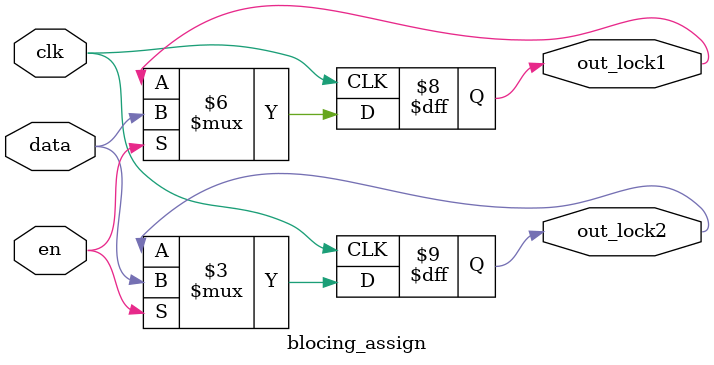
<source format=v>
module blocing_assign(data, clk, en, out_lock1, out_lock2);
	input data;
	input clk;
	input en;
	output reg out_lock1;
	output reg out_lock2;

	always @(posedge clk)
		if(en)
			begin
				out_lock1 = data;
				out_lock2 = out_lock1;
			end
		else
			begin
				out_lock1 = out_lock1;
				out_lock2 = out_lock2;
			end
endmodule 
</source>
